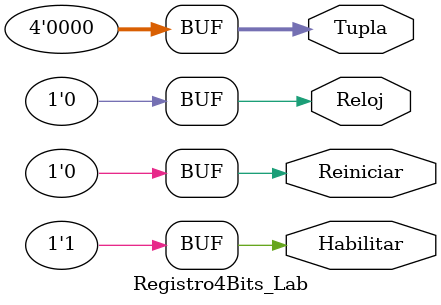
<source format=v>
module Registro4Bits_Lab (/*AUTOARG*/
   // Outputs
   Tupla, Reloj, Reiniciar, Habilitar
   ) ;
   output reg [3:0] Tupla;
   output reg Reloj, Reiniciar, Habilitar;

   wire   [3:0] RtaRegistro;
   
   Registro4Bit RegistroPrueba (RtaRegistro, Tupla, Reloj, Reiniciar, Habilitar);

   //Simulación:
   initial begin
      Tupla     = 4'b0000;
      Reloj     = 1'b0;
      Reiniciar = 1'b0;
      Habilitar = 1'b0;
   end

   initial begin
      repeat (8) begin
	 #1 Reloj <= ~Reloj;
      end
   end

   initial begin
      repeat (8) begin
	 #1 Tupla <= Tupla+1;
      end
   end
   
   initial begin
      #3 Habilitar = 1'b1;
   end

   initial begin
      $dumpfile ("Registro4Bits_Lab.vcd");
      $dumpvars;
   end  
   
endmodule // Registro4Bits_Lab

</source>
